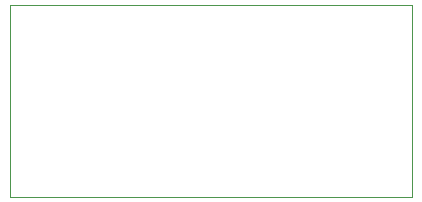
<source format=gm1>
G04 #@! TF.GenerationSoftware,KiCad,Pcbnew,(5.1.10)-1*
G04 #@! TF.CreationDate,2021-08-25T20:16:02-07:00*
G04 #@! TF.ProjectId,USB breakout,55534220-6272-4656-916b-6f75742e6b69,rev?*
G04 #@! TF.SameCoordinates,Original*
G04 #@! TF.FileFunction,Profile,NP*
%FSLAX46Y46*%
G04 Gerber Fmt 4.6, Leading zero omitted, Abs format (unit mm)*
G04 Created by KiCad (PCBNEW (5.1.10)-1) date 2021-08-25 20:16:02*
%MOMM*%
%LPD*%
G01*
G04 APERTURE LIST*
G04 #@! TA.AperFunction,Profile*
%ADD10C,0.050000*%
G04 #@! TD*
G04 APERTURE END LIST*
D10*
X134000000Y-100000000D02*
X100000000Y-100000000D01*
X134000000Y-83750000D02*
X134000000Y-100000000D01*
X100000000Y-83750000D02*
X134000000Y-83750000D01*
X100000000Y-83750000D02*
X100000000Y-100000000D01*
M02*

</source>
